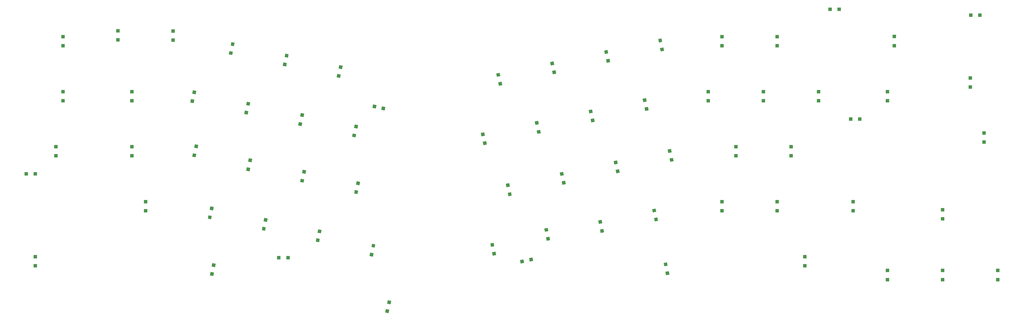
<source format=gtp>
G04 #@! TF.GenerationSoftware,KiCad,Pcbnew,(5.1.10)-1*
G04 #@! TF.CreationDate,2021-10-05T17:03:10+03:00*
G04 #@! TF.ProjectId,kolibri,6b6f6c69-6272-4692-9e6b-696361645f70,rev?*
G04 #@! TF.SameCoordinates,Original*
G04 #@! TF.FileFunction,Paste,Top*
G04 #@! TF.FilePolarity,Positive*
%FSLAX46Y46*%
G04 Gerber Fmt 4.6, Leading zero omitted, Abs format (unit mm)*
G04 Created by KiCad (PCBNEW (5.1.10)-1) date 2021-10-05 17:03:10*
%MOMM*%
%LPD*%
G01*
G04 APERTURE LIST*
%ADD10C,0.100000*%
%ADD11R,1.200000X1.200000*%
G04 APERTURE END LIST*
D10*
G36*
X244539603Y-231571054D02*
G01*
X243365825Y-231321560D01*
X243615319Y-230147782D01*
X244789097Y-230397276D01*
X244539603Y-231571054D01*
G37*
G36*
X243884681Y-234652218D02*
G01*
X242710903Y-234402724D01*
X242960397Y-233228946D01*
X244134175Y-233478440D01*
X243884681Y-234652218D01*
G37*
G36*
X344509152Y-163340009D02*
G01*
X343335374Y-163589503D01*
X343085880Y-162415725D01*
X344259658Y-162166231D01*
X344509152Y-163340009D01*
G37*
G36*
X343854230Y-160258845D02*
G01*
X342680452Y-160508339D01*
X342430958Y-159334561D01*
X343604736Y-159085067D01*
X343854230Y-160258845D01*
G37*
D11*
X155900000Y-159575000D03*
X155900000Y-156425000D03*
X174950000Y-156535000D03*
X174950000Y-159685000D03*
D10*
G36*
X195941953Y-161771912D02*
G01*
X194768175Y-161522418D01*
X195017669Y-160348640D01*
X196191447Y-160598134D01*
X195941953Y-161771912D01*
G37*
G36*
X195287031Y-164853076D02*
G01*
X194113253Y-164603582D01*
X194362747Y-163429804D01*
X195536525Y-163679298D01*
X195287031Y-164853076D01*
G37*
G36*
X213920743Y-168813792D02*
G01*
X212746965Y-168564298D01*
X212996459Y-167390520D01*
X214170237Y-167640014D01*
X213920743Y-168813792D01*
G37*
G36*
X214575665Y-165732628D02*
G01*
X213401887Y-165483134D01*
X213651381Y-164309356D01*
X214825159Y-164558850D01*
X214575665Y-165732628D01*
G37*
G36*
X232554454Y-172774510D02*
G01*
X231380676Y-172525016D01*
X231630170Y-171351238D01*
X232803948Y-171600732D01*
X232554454Y-172774510D01*
G37*
G36*
X233209376Y-169693346D02*
G01*
X232035598Y-169443852D01*
X232285092Y-168270074D01*
X233458870Y-168519568D01*
X233209376Y-169693346D01*
G37*
G36*
X246828946Y-183789603D02*
G01*
X247078440Y-182615825D01*
X248252218Y-182865319D01*
X248002724Y-184039097D01*
X246828946Y-183789603D01*
G37*
G36*
X243747782Y-183134681D02*
G01*
X243997276Y-181960903D01*
X245171054Y-182210397D01*
X244921560Y-183384175D01*
X243747782Y-183134681D01*
G37*
G36*
X287953095Y-172140999D02*
G01*
X286779317Y-172390493D01*
X286529823Y-171216715D01*
X287703601Y-170967221D01*
X287953095Y-172140999D01*
G37*
G36*
X288608017Y-175222163D02*
G01*
X287434239Y-175471657D01*
X287184745Y-174297879D01*
X288358523Y-174048385D01*
X288608017Y-175222163D01*
G37*
G36*
X306586806Y-168180281D02*
G01*
X305413028Y-168429775D01*
X305163534Y-167255997D01*
X306337312Y-167006503D01*
X306586806Y-168180281D01*
G37*
G36*
X307241728Y-171261445D02*
G01*
X306067950Y-171510939D01*
X305818456Y-170337161D01*
X306992234Y-170087667D01*
X307241728Y-171261445D01*
G37*
G36*
X325220518Y-164219563D02*
G01*
X324046740Y-164469057D01*
X323797246Y-163295279D01*
X324971024Y-163045785D01*
X325220518Y-164219563D01*
G37*
G36*
X325875440Y-167300727D02*
G01*
X324701662Y-167550221D01*
X324452168Y-166376443D01*
X325625946Y-166126949D01*
X325875440Y-167300727D01*
G37*
D11*
X160672500Y-196577500D03*
X160672500Y-199727500D03*
D10*
G36*
X346376740Y-240845395D02*
G01*
X345202962Y-241094889D01*
X344953468Y-239921111D01*
X346127246Y-239671617D01*
X346376740Y-240845395D01*
G37*
G36*
X345721818Y-237764231D02*
G01*
X344548040Y-238013725D01*
X344298546Y-236839947D01*
X345472324Y-236590453D01*
X345721818Y-237764231D01*
G37*
G36*
X188761015Y-241368281D02*
G01*
X187587237Y-241118787D01*
X187836731Y-239945009D01*
X189010509Y-240194503D01*
X188761015Y-241368281D01*
G37*
G36*
X189415937Y-238287117D02*
G01*
X188242159Y-238037623D01*
X188491653Y-236863845D01*
X189665431Y-237113339D01*
X189415937Y-238287117D01*
G37*
G36*
X286514886Y-234093835D02*
G01*
X285341108Y-234343329D01*
X285091614Y-233169551D01*
X286265392Y-232920057D01*
X286514886Y-234093835D01*
G37*
G36*
X285859964Y-231012671D02*
G01*
X284686186Y-231262165D01*
X284436692Y-230088387D01*
X285610470Y-229838893D01*
X285859964Y-231012671D01*
G37*
D11*
X404957500Y-149000000D03*
X401807500Y-149000000D03*
X421657500Y-180677500D03*
X421657500Y-177527500D03*
D10*
G36*
X207351939Y-222623944D02*
G01*
X206178161Y-222374450D01*
X206427655Y-221200672D01*
X207601433Y-221450166D01*
X207351939Y-222623944D01*
G37*
G36*
X206697017Y-225705108D02*
G01*
X205523239Y-225455614D01*
X205772733Y-224281836D01*
X206946511Y-224531330D01*
X206697017Y-225705108D01*
G37*
D11*
X134478750Y-196577500D03*
X134478750Y-199727500D03*
X378795000Y-177527500D03*
X378795000Y-180677500D03*
D10*
G36*
X341761100Y-219130519D02*
G01*
X340587322Y-219380013D01*
X340337828Y-218206235D01*
X341511606Y-217956741D01*
X341761100Y-219130519D01*
G37*
G36*
X342416022Y-222211683D02*
G01*
X341242244Y-222461177D01*
X340992750Y-221287399D01*
X342166528Y-221037905D01*
X342416022Y-222211683D01*
G37*
D11*
X393082500Y-237827500D03*
X393082500Y-234677500D03*
X127335000Y-237827500D03*
X127335000Y-234677500D03*
D10*
G36*
X201340879Y-205091037D02*
G01*
X200167101Y-204841543D01*
X200416595Y-203667765D01*
X201590373Y-203917259D01*
X201340879Y-205091037D01*
G37*
G36*
X201995801Y-202009873D02*
G01*
X200822023Y-201760379D01*
X201071517Y-200586601D01*
X202245295Y-200836095D01*
X201995801Y-202009873D01*
G37*
D11*
X454995000Y-194965000D03*
X454995000Y-191815000D03*
X364507500Y-218777500D03*
X364507500Y-215627500D03*
X440707500Y-242590000D03*
X440707500Y-239440000D03*
D10*
G36*
X201298091Y-182385982D02*
G01*
X200124313Y-182136488D01*
X200373807Y-180962710D01*
X201547585Y-181212204D01*
X201298091Y-182385982D01*
G37*
G36*
X200643169Y-185467146D02*
G01*
X199469391Y-185217652D01*
X199718885Y-184043874D01*
X200892663Y-184293368D01*
X200643169Y-185467146D01*
G37*
D11*
X408951250Y-187000000D03*
X412101250Y-187000000D03*
X383557500Y-161627500D03*
X383557500Y-158477500D03*
X136860000Y-161627500D03*
X136860000Y-158477500D03*
D10*
G36*
X220629513Y-205970591D02*
G01*
X219455735Y-205721097D01*
X219705229Y-204547319D01*
X220879007Y-204796813D01*
X220629513Y-205970591D01*
G37*
G36*
X219974591Y-209051755D02*
G01*
X218800813Y-208802261D01*
X219050307Y-207628483D01*
X220224085Y-207877977D01*
X219974591Y-209051755D01*
G37*
G36*
X249975500Y-251159450D02*
G01*
X248801722Y-250909956D01*
X249051216Y-249736178D01*
X250224994Y-249985672D01*
X249975500Y-251159450D01*
G37*
G36*
X249320578Y-254240614D02*
G01*
X248146800Y-253991120D01*
X248396294Y-252817342D01*
X249570072Y-253066836D01*
X249320578Y-254240614D01*
G37*
G36*
X239263224Y-209931308D02*
G01*
X238089446Y-209681814D01*
X238338940Y-208508036D01*
X239512718Y-208757530D01*
X239263224Y-209931308D01*
G37*
G36*
X238608302Y-213012472D02*
G01*
X237434524Y-212762978D01*
X237684018Y-211589200D01*
X238857796Y-211838694D01*
X238608302Y-213012472D01*
G37*
G36*
X291871024Y-213479765D02*
G01*
X290697246Y-213729259D01*
X290447752Y-212555481D01*
X291621530Y-212305987D01*
X291871024Y-213479765D01*
G37*
G36*
X291216102Y-210398601D02*
G01*
X290042324Y-210648095D01*
X289792830Y-209474317D01*
X290966608Y-209224823D01*
X291216102Y-210398601D01*
G37*
G36*
X320519302Y-187914797D02*
G01*
X319345524Y-188164291D01*
X319096030Y-186990513D01*
X320269808Y-186741019D01*
X320519302Y-187914797D01*
G37*
G36*
X319864380Y-184833633D02*
G01*
X318690602Y-185083127D01*
X318441108Y-183909349D01*
X319614886Y-183659855D01*
X319864380Y-184833633D01*
G37*
G36*
X310504736Y-209519047D02*
G01*
X309330958Y-209768541D01*
X309081464Y-208594763D01*
X310255242Y-208345269D01*
X310504736Y-209519047D01*
G37*
G36*
X309849814Y-206437883D02*
G01*
X308676036Y-206687377D01*
X308426542Y-205513599D01*
X309600320Y-205264105D01*
X309849814Y-206437883D01*
G37*
G36*
X328483526Y-202477165D02*
G01*
X327309748Y-202726659D01*
X327060254Y-201552881D01*
X328234032Y-201303387D01*
X328483526Y-202477165D01*
G37*
G36*
X329138448Y-205558329D02*
G01*
X327964670Y-205807823D01*
X327715176Y-204634045D01*
X328888954Y-204384551D01*
X329138448Y-205558329D01*
G37*
G36*
X347117238Y-198516447D02*
G01*
X345943460Y-198765941D01*
X345693966Y-197592163D01*
X346867744Y-197342669D01*
X347117238Y-198516447D01*
G37*
G36*
X347772160Y-201597611D02*
G01*
X346598382Y-201847105D01*
X346348888Y-200673327D01*
X347522666Y-200423833D01*
X347772160Y-201597611D01*
G37*
D11*
X421657500Y-239440000D03*
X421657500Y-242590000D03*
D10*
G36*
X323127388Y-223091237D02*
G01*
X321953610Y-223340731D01*
X321704116Y-222166953D01*
X322877894Y-221917459D01*
X323127388Y-223091237D01*
G37*
G36*
X323782310Y-226172401D02*
G01*
X322608532Y-226421895D01*
X322359038Y-225248117D01*
X323532816Y-224998623D01*
X323782310Y-226172401D01*
G37*
D11*
X364507500Y-161627500D03*
X364507500Y-158477500D03*
D10*
G36*
X304493676Y-225821560D02*
G01*
X303319898Y-226071054D01*
X303070404Y-224897276D01*
X304244182Y-224647782D01*
X304493676Y-225821560D01*
G37*
G36*
X305148598Y-228902724D02*
G01*
X303974820Y-229152218D01*
X303725326Y-227978440D01*
X304899104Y-227728946D01*
X305148598Y-228902724D01*
G37*
G36*
X339153014Y-183954079D02*
G01*
X337979236Y-184203573D01*
X337729742Y-183029795D01*
X338903520Y-182780301D01*
X339153014Y-183954079D01*
G37*
G36*
X338498092Y-180872915D02*
G01*
X337324314Y-181122409D01*
X337074820Y-179948631D01*
X338248598Y-179699137D01*
X338498092Y-180872915D01*
G37*
D11*
X397845000Y-177527500D03*
X397845000Y-180677500D03*
X359745000Y-180677500D03*
X359745000Y-177527500D03*
X450232500Y-175915000D03*
X450232500Y-172765000D03*
X424000000Y-158425000D03*
X424000000Y-161575000D03*
X160672500Y-177527500D03*
X160672500Y-180677500D03*
X388320000Y-199727500D03*
X388320000Y-196577500D03*
D10*
G36*
X219931803Y-186346700D02*
G01*
X218758025Y-186097206D01*
X219007519Y-184923428D01*
X220181297Y-185172922D01*
X219931803Y-186346700D01*
G37*
G36*
X219276881Y-189427864D02*
G01*
X218103103Y-189178370D01*
X218352597Y-188004592D01*
X219526375Y-188254086D01*
X219276881Y-189427864D01*
G37*
D11*
X459757500Y-239440000D03*
X459757500Y-242590000D03*
D10*
G36*
X182707167Y-200252218D02*
G01*
X181533389Y-200002724D01*
X181782883Y-198828946D01*
X182956661Y-199078440D01*
X182707167Y-200252218D01*
G37*
G36*
X183362089Y-197171054D02*
G01*
X182188311Y-196921560D01*
X182437805Y-195747782D01*
X183611583Y-195997276D01*
X183362089Y-197171054D01*
G37*
D11*
X369270000Y-199727500D03*
X369270000Y-196577500D03*
X409751250Y-218777500D03*
X409751250Y-215627500D03*
X124153750Y-206000000D03*
X127303750Y-206000000D03*
X383557500Y-218777500D03*
X383557500Y-215627500D03*
D10*
G36*
X298993730Y-234960903D02*
G01*
X299243224Y-236134681D01*
X298069446Y-236384175D01*
X297819952Y-235210397D01*
X298993730Y-234960903D01*
G37*
G36*
X295912566Y-235615825D02*
G01*
X296162060Y-236789603D01*
X294988282Y-237039097D01*
X294738788Y-235865319D01*
X295912566Y-235615825D01*
G37*
D11*
X214575000Y-235000000D03*
X211425000Y-235000000D03*
D10*
G36*
X238565514Y-190307418D02*
G01*
X237391736Y-190057924D01*
X237641230Y-188884146D01*
X238815008Y-189133640D01*
X238565514Y-190307418D01*
G37*
G36*
X237910592Y-193388582D02*
G01*
X236736814Y-193139088D01*
X236986308Y-191965310D01*
X238160086Y-192214804D01*
X237910592Y-193388582D01*
G37*
D11*
X136860000Y-177527500D03*
X136860000Y-180677500D03*
D10*
G36*
X301885590Y-191875514D02*
G01*
X300711812Y-192125008D01*
X300462318Y-190951230D01*
X301636096Y-190701736D01*
X301885590Y-191875514D01*
G37*
G36*
X301230668Y-188794350D02*
G01*
X300056890Y-189043844D01*
X299807396Y-187870066D01*
X300981174Y-187620572D01*
X301230668Y-188794350D01*
G37*
D11*
X440707500Y-218425000D03*
X440707500Y-221575000D03*
D10*
G36*
X225330729Y-229665826D02*
G01*
X224156951Y-229416332D01*
X224406445Y-228242554D01*
X225580223Y-228492048D01*
X225330729Y-229665826D01*
G37*
G36*
X225985651Y-226584662D02*
G01*
X224811873Y-226335168D01*
X225061367Y-225161390D01*
X226235145Y-225410884D01*
X225985651Y-226584662D01*
G37*
G36*
X182664379Y-178425264D02*
G01*
X181490601Y-178175770D01*
X181740095Y-177001992D01*
X182913873Y-177251486D01*
X182664379Y-178425264D01*
G37*
G36*
X182009457Y-181506428D02*
G01*
X180835679Y-181256934D01*
X181085173Y-180083156D01*
X182258951Y-180332650D01*
X182009457Y-181506428D01*
G37*
G36*
X188718227Y-218663226D02*
G01*
X187544449Y-218413732D01*
X187793943Y-217239954D01*
X188967721Y-217489448D01*
X188718227Y-218663226D01*
G37*
G36*
X188063305Y-221744390D02*
G01*
X186889527Y-221494896D01*
X187139021Y-220321118D01*
X188312799Y-220570612D01*
X188063305Y-221744390D01*
G37*
G36*
X282596957Y-192755068D02*
G01*
X281423179Y-193004562D01*
X281173685Y-191830784D01*
X282347463Y-191581290D01*
X282596957Y-192755068D01*
G37*
G36*
X283251879Y-195836232D02*
G01*
X282078101Y-196085726D01*
X281828607Y-194911948D01*
X283002385Y-194662454D01*
X283251879Y-195836232D01*
G37*
D11*
X165435000Y-215627500D03*
X165435000Y-218777500D03*
X450425000Y-151000000D03*
X453575000Y-151000000D03*
M02*

</source>
